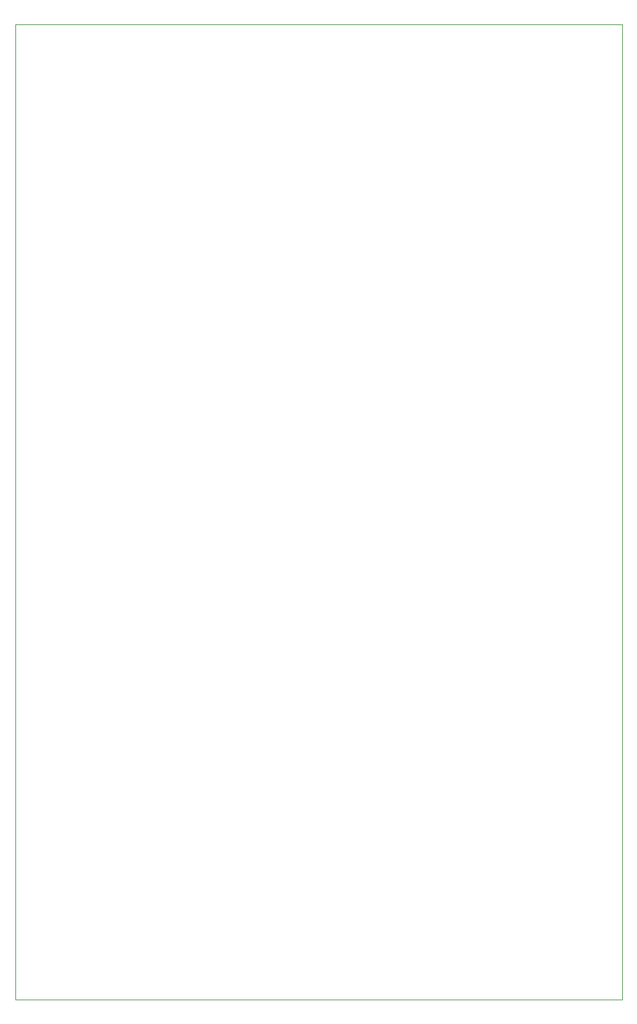
<source format=gbr>
G04 #@! TF.GenerationSoftware,KiCad,Pcbnew,(5.1.4-0-10_14)*
G04 #@! TF.CreationDate,2019-10-29T14:06:04+01:00*
G04 #@! TF.ProjectId,benjolin_panel3,62656e6a-6f6c-4696-9e5f-70616e656c33,rev?*
G04 #@! TF.SameCoordinates,Original*
G04 #@! TF.FileFunction,Profile,NP*
%FSLAX46Y46*%
G04 Gerber Fmt 4.6, Leading zero omitted, Abs format (unit mm)*
G04 Created by KiCad (PCBNEW (5.1.4-0-10_14)) date 2019-10-29 14:06:04*
%MOMM*%
%LPD*%
G04 APERTURE LIST*
%ADD10C,0.025400*%
G04 APERTURE END LIST*
D10*
X108456100Y-169308600D02*
X108456100Y-40698600D01*
X108456100Y-40698600D02*
X188546100Y-40698600D01*
X188546100Y-40698600D02*
X188546100Y-169308600D01*
X188546100Y-169308600D02*
X108456100Y-169308600D01*
M02*

</source>
